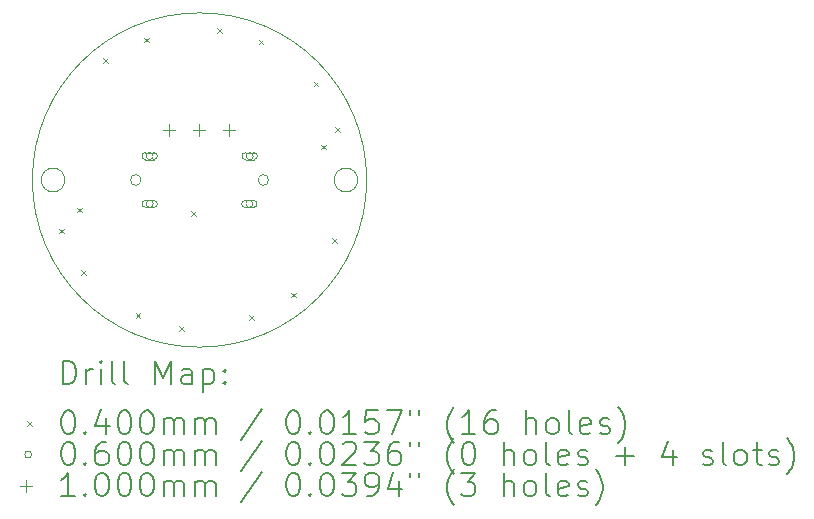
<source format=gbr>
%TF.GenerationSoftware,KiCad,Pcbnew,7.0.10*%
%TF.CreationDate,2024-04-29T22:25:33+02:00*%
%TF.ProjectId,GhostControllerLED,47686f73-7443-46f6-9e74-726f6c6c6572,rev?*%
%TF.SameCoordinates,Original*%
%TF.FileFunction,Drillmap*%
%TF.FilePolarity,Positive*%
%FSLAX45Y45*%
G04 Gerber Fmt 4.5, Leading zero omitted, Abs format (unit mm)*
G04 Created by KiCad (PCBNEW 7.0.10) date 2024-04-29 22:25:33*
%MOMM*%
%LPD*%
G01*
G04 APERTURE LIST*
%ADD10C,0.100000*%
%ADD11C,0.050000*%
%ADD12C,0.200000*%
G04 APERTURE END LIST*
D10*
X3786728Y-4865000D02*
G75*
G03*
X3586728Y-4865000I-100000J0D01*
G01*
X3586728Y-4865000D02*
G75*
G03*
X3786728Y-4865000I100000J0D01*
G01*
X6266728Y-4865000D02*
G75*
G03*
X6066728Y-4865000I-100000J0D01*
G01*
X6066728Y-4865000D02*
G75*
G03*
X6266728Y-4865000I100000J0D01*
G01*
X6341728Y-4865000D02*
G75*
G03*
X3511728Y-4865000I-1415000J0D01*
G01*
X3511728Y-4865000D02*
G75*
G03*
X6341728Y-4865000I1415000J0D01*
G01*
D11*
X5511729Y-4865000D02*
G75*
G03*
X5421729Y-4865000I-45000J0D01*
G01*
X5421729Y-4865000D02*
G75*
G03*
X5511729Y-4865000I45000J0D01*
G01*
X4431729Y-4865000D02*
G75*
G03*
X4341729Y-4865000I-45000J0D01*
G01*
X4341729Y-4865000D02*
G75*
G03*
X4431729Y-4865000I45000J0D01*
G01*
D12*
D10*
X3736728Y-5277055D02*
X3776728Y-5317055D01*
X3776728Y-5277055D02*
X3736728Y-5317055D01*
X3891728Y-5100000D02*
X3931728Y-5140000D01*
X3931728Y-5100000D02*
X3891728Y-5140000D01*
X3926728Y-5630000D02*
X3966728Y-5670000D01*
X3966728Y-5630000D02*
X3926728Y-5670000D01*
X4111728Y-3835000D02*
X4151728Y-3875000D01*
X4151728Y-3835000D02*
X4111728Y-3875000D01*
X4386729Y-5990000D02*
X4426729Y-6030000D01*
X4426729Y-5990000D02*
X4386729Y-6030000D01*
X4456729Y-3660000D02*
X4496729Y-3700000D01*
X4496729Y-3660000D02*
X4456729Y-3700000D01*
X4756729Y-6100000D02*
X4796729Y-6140000D01*
X4796729Y-6100000D02*
X4756729Y-6140000D01*
X4856797Y-5130068D02*
X4896797Y-5170068D01*
X4896797Y-5130068D02*
X4856797Y-5170068D01*
X5075000Y-3580000D02*
X5115000Y-3620000D01*
X5115000Y-3580000D02*
X5075000Y-3620000D01*
X5346729Y-6010000D02*
X5386729Y-6050000D01*
X5386729Y-6010000D02*
X5346729Y-6050000D01*
X5427669Y-3677331D02*
X5467669Y-3717331D01*
X5467669Y-3677331D02*
X5427669Y-3717331D01*
X5701728Y-5820000D02*
X5741728Y-5860000D01*
X5741728Y-5820000D02*
X5701728Y-5860000D01*
X5893145Y-4032500D02*
X5933145Y-4072500D01*
X5933145Y-4032500D02*
X5893145Y-4072500D01*
X5956728Y-4565000D02*
X5996728Y-4605000D01*
X5996728Y-4565000D02*
X5956728Y-4605000D01*
X6051728Y-5355000D02*
X6091728Y-5395000D01*
X6091728Y-5355000D02*
X6051728Y-5395000D01*
X6076728Y-4415000D02*
X6116728Y-4455000D01*
X6116728Y-4415000D02*
X6076728Y-4455000D01*
X4534229Y-4663000D02*
G75*
G03*
X4474229Y-4663000I-30000J0D01*
G01*
X4474229Y-4663000D02*
G75*
G03*
X4534229Y-4663000I30000J0D01*
G01*
X4539229Y-4633000D02*
X4469229Y-4633000D01*
X4469229Y-4633000D02*
G75*
G03*
X4469229Y-4693000I0J-30000D01*
G01*
X4469229Y-4693000D02*
X4539229Y-4693000D01*
X4539229Y-4693000D02*
G75*
G03*
X4539229Y-4633000I0J30000D01*
G01*
X4534229Y-5067000D02*
G75*
G03*
X4474229Y-5067000I-30000J0D01*
G01*
X4474229Y-5067000D02*
G75*
G03*
X4534229Y-5067000I30000J0D01*
G01*
X4539229Y-5037000D02*
X4469229Y-5037000D01*
X4469229Y-5037000D02*
G75*
G03*
X4469229Y-5097000I0J-30000D01*
G01*
X4469229Y-5097000D02*
X4539229Y-5097000D01*
X4539229Y-5097000D02*
G75*
G03*
X4539229Y-5037000I0J30000D01*
G01*
X5379229Y-5067000D02*
G75*
G03*
X5319229Y-5067000I-30000J0D01*
G01*
X5319229Y-5067000D02*
G75*
G03*
X5379229Y-5067000I30000J0D01*
G01*
X5384229Y-5037000D02*
X5314229Y-5037000D01*
X5314229Y-5037000D02*
G75*
G03*
X5314229Y-5097000I0J-30000D01*
G01*
X5314229Y-5097000D02*
X5384229Y-5097000D01*
X5384229Y-5097000D02*
G75*
G03*
X5384229Y-5037000I0J30000D01*
G01*
X5381729Y-4663000D02*
G75*
G03*
X5321729Y-4663000I-30000J0D01*
G01*
X5321729Y-4663000D02*
G75*
G03*
X5381729Y-4663000I30000J0D01*
G01*
X5386729Y-4633000D02*
X5316729Y-4633000D01*
X5316729Y-4633000D02*
G75*
G03*
X5316729Y-4693000I0J-30000D01*
G01*
X5316729Y-4693000D02*
X5386729Y-4693000D01*
X5386729Y-4693000D02*
G75*
G03*
X5386729Y-4633000I0J30000D01*
G01*
X4670000Y-4390000D02*
X4670000Y-4490000D01*
X4620000Y-4440000D02*
X4720000Y-4440000D01*
X4924000Y-4390000D02*
X4924000Y-4490000D01*
X4874000Y-4440000D02*
X4974000Y-4440000D01*
X5178000Y-4390000D02*
X5178000Y-4490000D01*
X5128000Y-4440000D02*
X5228000Y-4440000D01*
D12*
X3767505Y-6596484D02*
X3767505Y-6396484D01*
X3767505Y-6396484D02*
X3815124Y-6396484D01*
X3815124Y-6396484D02*
X3843696Y-6406008D01*
X3843696Y-6406008D02*
X3862743Y-6425055D01*
X3862743Y-6425055D02*
X3872267Y-6444103D01*
X3872267Y-6444103D02*
X3881791Y-6482198D01*
X3881791Y-6482198D02*
X3881791Y-6510769D01*
X3881791Y-6510769D02*
X3872267Y-6548865D01*
X3872267Y-6548865D02*
X3862743Y-6567912D01*
X3862743Y-6567912D02*
X3843696Y-6586960D01*
X3843696Y-6586960D02*
X3815124Y-6596484D01*
X3815124Y-6596484D02*
X3767505Y-6596484D01*
X3967505Y-6596484D02*
X3967505Y-6463150D01*
X3967505Y-6501246D02*
X3977029Y-6482198D01*
X3977029Y-6482198D02*
X3986553Y-6472674D01*
X3986553Y-6472674D02*
X4005600Y-6463150D01*
X4005600Y-6463150D02*
X4024648Y-6463150D01*
X4091315Y-6596484D02*
X4091315Y-6463150D01*
X4091315Y-6396484D02*
X4081791Y-6406008D01*
X4081791Y-6406008D02*
X4091315Y-6415531D01*
X4091315Y-6415531D02*
X4100839Y-6406008D01*
X4100839Y-6406008D02*
X4091315Y-6396484D01*
X4091315Y-6396484D02*
X4091315Y-6415531D01*
X4215124Y-6596484D02*
X4196077Y-6586960D01*
X4196077Y-6586960D02*
X4186553Y-6567912D01*
X4186553Y-6567912D02*
X4186553Y-6396484D01*
X4319886Y-6596484D02*
X4300839Y-6586960D01*
X4300839Y-6586960D02*
X4291315Y-6567912D01*
X4291315Y-6567912D02*
X4291315Y-6396484D01*
X4548458Y-6596484D02*
X4548458Y-6396484D01*
X4548458Y-6396484D02*
X4615124Y-6539341D01*
X4615124Y-6539341D02*
X4681791Y-6396484D01*
X4681791Y-6396484D02*
X4681791Y-6596484D01*
X4862743Y-6596484D02*
X4862743Y-6491722D01*
X4862743Y-6491722D02*
X4853220Y-6472674D01*
X4853220Y-6472674D02*
X4834172Y-6463150D01*
X4834172Y-6463150D02*
X4796077Y-6463150D01*
X4796077Y-6463150D02*
X4777029Y-6472674D01*
X4862743Y-6586960D02*
X4843696Y-6596484D01*
X4843696Y-6596484D02*
X4796077Y-6596484D01*
X4796077Y-6596484D02*
X4777029Y-6586960D01*
X4777029Y-6586960D02*
X4767505Y-6567912D01*
X4767505Y-6567912D02*
X4767505Y-6548865D01*
X4767505Y-6548865D02*
X4777029Y-6529817D01*
X4777029Y-6529817D02*
X4796077Y-6520293D01*
X4796077Y-6520293D02*
X4843696Y-6520293D01*
X4843696Y-6520293D02*
X4862743Y-6510769D01*
X4957982Y-6463150D02*
X4957982Y-6663150D01*
X4957982Y-6472674D02*
X4977029Y-6463150D01*
X4977029Y-6463150D02*
X5015124Y-6463150D01*
X5015124Y-6463150D02*
X5034172Y-6472674D01*
X5034172Y-6472674D02*
X5043696Y-6482198D01*
X5043696Y-6482198D02*
X5053220Y-6501246D01*
X5053220Y-6501246D02*
X5053220Y-6558388D01*
X5053220Y-6558388D02*
X5043696Y-6577436D01*
X5043696Y-6577436D02*
X5034172Y-6586960D01*
X5034172Y-6586960D02*
X5015124Y-6596484D01*
X5015124Y-6596484D02*
X4977029Y-6596484D01*
X4977029Y-6596484D02*
X4957982Y-6586960D01*
X5138934Y-6577436D02*
X5148458Y-6586960D01*
X5148458Y-6586960D02*
X5138934Y-6596484D01*
X5138934Y-6596484D02*
X5129410Y-6586960D01*
X5129410Y-6586960D02*
X5138934Y-6577436D01*
X5138934Y-6577436D02*
X5138934Y-6596484D01*
X5138934Y-6472674D02*
X5148458Y-6482198D01*
X5148458Y-6482198D02*
X5138934Y-6491722D01*
X5138934Y-6491722D02*
X5129410Y-6482198D01*
X5129410Y-6482198D02*
X5138934Y-6472674D01*
X5138934Y-6472674D02*
X5138934Y-6491722D01*
D10*
X3466728Y-6905000D02*
X3506728Y-6945000D01*
X3506728Y-6905000D02*
X3466728Y-6945000D01*
D12*
X3805600Y-6816484D02*
X3824648Y-6816484D01*
X3824648Y-6816484D02*
X3843696Y-6826008D01*
X3843696Y-6826008D02*
X3853220Y-6835531D01*
X3853220Y-6835531D02*
X3862743Y-6854579D01*
X3862743Y-6854579D02*
X3872267Y-6892674D01*
X3872267Y-6892674D02*
X3872267Y-6940293D01*
X3872267Y-6940293D02*
X3862743Y-6978388D01*
X3862743Y-6978388D02*
X3853220Y-6997436D01*
X3853220Y-6997436D02*
X3843696Y-7006960D01*
X3843696Y-7006960D02*
X3824648Y-7016484D01*
X3824648Y-7016484D02*
X3805600Y-7016484D01*
X3805600Y-7016484D02*
X3786553Y-7006960D01*
X3786553Y-7006960D02*
X3777029Y-6997436D01*
X3777029Y-6997436D02*
X3767505Y-6978388D01*
X3767505Y-6978388D02*
X3757981Y-6940293D01*
X3757981Y-6940293D02*
X3757981Y-6892674D01*
X3757981Y-6892674D02*
X3767505Y-6854579D01*
X3767505Y-6854579D02*
X3777029Y-6835531D01*
X3777029Y-6835531D02*
X3786553Y-6826008D01*
X3786553Y-6826008D02*
X3805600Y-6816484D01*
X3957981Y-6997436D02*
X3967505Y-7006960D01*
X3967505Y-7006960D02*
X3957981Y-7016484D01*
X3957981Y-7016484D02*
X3948458Y-7006960D01*
X3948458Y-7006960D02*
X3957981Y-6997436D01*
X3957981Y-6997436D02*
X3957981Y-7016484D01*
X4138934Y-6883150D02*
X4138934Y-7016484D01*
X4091315Y-6806960D02*
X4043696Y-6949817D01*
X4043696Y-6949817D02*
X4167505Y-6949817D01*
X4281791Y-6816484D02*
X4300839Y-6816484D01*
X4300839Y-6816484D02*
X4319886Y-6826008D01*
X4319886Y-6826008D02*
X4329410Y-6835531D01*
X4329410Y-6835531D02*
X4338934Y-6854579D01*
X4338934Y-6854579D02*
X4348458Y-6892674D01*
X4348458Y-6892674D02*
X4348458Y-6940293D01*
X4348458Y-6940293D02*
X4338934Y-6978388D01*
X4338934Y-6978388D02*
X4329410Y-6997436D01*
X4329410Y-6997436D02*
X4319886Y-7006960D01*
X4319886Y-7006960D02*
X4300839Y-7016484D01*
X4300839Y-7016484D02*
X4281791Y-7016484D01*
X4281791Y-7016484D02*
X4262743Y-7006960D01*
X4262743Y-7006960D02*
X4253220Y-6997436D01*
X4253220Y-6997436D02*
X4243696Y-6978388D01*
X4243696Y-6978388D02*
X4234172Y-6940293D01*
X4234172Y-6940293D02*
X4234172Y-6892674D01*
X4234172Y-6892674D02*
X4243696Y-6854579D01*
X4243696Y-6854579D02*
X4253220Y-6835531D01*
X4253220Y-6835531D02*
X4262743Y-6826008D01*
X4262743Y-6826008D02*
X4281791Y-6816484D01*
X4472267Y-6816484D02*
X4491315Y-6816484D01*
X4491315Y-6816484D02*
X4510363Y-6826008D01*
X4510363Y-6826008D02*
X4519886Y-6835531D01*
X4519886Y-6835531D02*
X4529410Y-6854579D01*
X4529410Y-6854579D02*
X4538934Y-6892674D01*
X4538934Y-6892674D02*
X4538934Y-6940293D01*
X4538934Y-6940293D02*
X4529410Y-6978388D01*
X4529410Y-6978388D02*
X4519886Y-6997436D01*
X4519886Y-6997436D02*
X4510363Y-7006960D01*
X4510363Y-7006960D02*
X4491315Y-7016484D01*
X4491315Y-7016484D02*
X4472267Y-7016484D01*
X4472267Y-7016484D02*
X4453220Y-7006960D01*
X4453220Y-7006960D02*
X4443696Y-6997436D01*
X4443696Y-6997436D02*
X4434172Y-6978388D01*
X4434172Y-6978388D02*
X4424648Y-6940293D01*
X4424648Y-6940293D02*
X4424648Y-6892674D01*
X4424648Y-6892674D02*
X4434172Y-6854579D01*
X4434172Y-6854579D02*
X4443696Y-6835531D01*
X4443696Y-6835531D02*
X4453220Y-6826008D01*
X4453220Y-6826008D02*
X4472267Y-6816484D01*
X4624648Y-7016484D02*
X4624648Y-6883150D01*
X4624648Y-6902198D02*
X4634172Y-6892674D01*
X4634172Y-6892674D02*
X4653220Y-6883150D01*
X4653220Y-6883150D02*
X4681791Y-6883150D01*
X4681791Y-6883150D02*
X4700839Y-6892674D01*
X4700839Y-6892674D02*
X4710363Y-6911722D01*
X4710363Y-6911722D02*
X4710363Y-7016484D01*
X4710363Y-6911722D02*
X4719886Y-6892674D01*
X4719886Y-6892674D02*
X4738934Y-6883150D01*
X4738934Y-6883150D02*
X4767505Y-6883150D01*
X4767505Y-6883150D02*
X4786553Y-6892674D01*
X4786553Y-6892674D02*
X4796077Y-6911722D01*
X4796077Y-6911722D02*
X4796077Y-7016484D01*
X4891315Y-7016484D02*
X4891315Y-6883150D01*
X4891315Y-6902198D02*
X4900839Y-6892674D01*
X4900839Y-6892674D02*
X4919886Y-6883150D01*
X4919886Y-6883150D02*
X4948458Y-6883150D01*
X4948458Y-6883150D02*
X4967505Y-6892674D01*
X4967505Y-6892674D02*
X4977029Y-6911722D01*
X4977029Y-6911722D02*
X4977029Y-7016484D01*
X4977029Y-6911722D02*
X4986553Y-6892674D01*
X4986553Y-6892674D02*
X5005601Y-6883150D01*
X5005601Y-6883150D02*
X5034172Y-6883150D01*
X5034172Y-6883150D02*
X5053220Y-6892674D01*
X5053220Y-6892674D02*
X5062744Y-6911722D01*
X5062744Y-6911722D02*
X5062744Y-7016484D01*
X5453220Y-6806960D02*
X5281791Y-7064103D01*
X5710363Y-6816484D02*
X5729410Y-6816484D01*
X5729410Y-6816484D02*
X5748458Y-6826008D01*
X5748458Y-6826008D02*
X5757982Y-6835531D01*
X5757982Y-6835531D02*
X5767505Y-6854579D01*
X5767505Y-6854579D02*
X5777029Y-6892674D01*
X5777029Y-6892674D02*
X5777029Y-6940293D01*
X5777029Y-6940293D02*
X5767505Y-6978388D01*
X5767505Y-6978388D02*
X5757982Y-6997436D01*
X5757982Y-6997436D02*
X5748458Y-7006960D01*
X5748458Y-7006960D02*
X5729410Y-7016484D01*
X5729410Y-7016484D02*
X5710363Y-7016484D01*
X5710363Y-7016484D02*
X5691315Y-7006960D01*
X5691315Y-7006960D02*
X5681791Y-6997436D01*
X5681791Y-6997436D02*
X5672267Y-6978388D01*
X5672267Y-6978388D02*
X5662744Y-6940293D01*
X5662744Y-6940293D02*
X5662744Y-6892674D01*
X5662744Y-6892674D02*
X5672267Y-6854579D01*
X5672267Y-6854579D02*
X5681791Y-6835531D01*
X5681791Y-6835531D02*
X5691315Y-6826008D01*
X5691315Y-6826008D02*
X5710363Y-6816484D01*
X5862744Y-6997436D02*
X5872267Y-7006960D01*
X5872267Y-7006960D02*
X5862744Y-7016484D01*
X5862744Y-7016484D02*
X5853220Y-7006960D01*
X5853220Y-7006960D02*
X5862744Y-6997436D01*
X5862744Y-6997436D02*
X5862744Y-7016484D01*
X5996077Y-6816484D02*
X6015125Y-6816484D01*
X6015125Y-6816484D02*
X6034172Y-6826008D01*
X6034172Y-6826008D02*
X6043696Y-6835531D01*
X6043696Y-6835531D02*
X6053220Y-6854579D01*
X6053220Y-6854579D02*
X6062744Y-6892674D01*
X6062744Y-6892674D02*
X6062744Y-6940293D01*
X6062744Y-6940293D02*
X6053220Y-6978388D01*
X6053220Y-6978388D02*
X6043696Y-6997436D01*
X6043696Y-6997436D02*
X6034172Y-7006960D01*
X6034172Y-7006960D02*
X6015125Y-7016484D01*
X6015125Y-7016484D02*
X5996077Y-7016484D01*
X5996077Y-7016484D02*
X5977029Y-7006960D01*
X5977029Y-7006960D02*
X5967505Y-6997436D01*
X5967505Y-6997436D02*
X5957982Y-6978388D01*
X5957982Y-6978388D02*
X5948458Y-6940293D01*
X5948458Y-6940293D02*
X5948458Y-6892674D01*
X5948458Y-6892674D02*
X5957982Y-6854579D01*
X5957982Y-6854579D02*
X5967505Y-6835531D01*
X5967505Y-6835531D02*
X5977029Y-6826008D01*
X5977029Y-6826008D02*
X5996077Y-6816484D01*
X6253220Y-7016484D02*
X6138934Y-7016484D01*
X6196077Y-7016484D02*
X6196077Y-6816484D01*
X6196077Y-6816484D02*
X6177029Y-6845055D01*
X6177029Y-6845055D02*
X6157982Y-6864103D01*
X6157982Y-6864103D02*
X6138934Y-6873627D01*
X6434172Y-6816484D02*
X6338934Y-6816484D01*
X6338934Y-6816484D02*
X6329410Y-6911722D01*
X6329410Y-6911722D02*
X6338934Y-6902198D01*
X6338934Y-6902198D02*
X6357982Y-6892674D01*
X6357982Y-6892674D02*
X6405601Y-6892674D01*
X6405601Y-6892674D02*
X6424648Y-6902198D01*
X6424648Y-6902198D02*
X6434172Y-6911722D01*
X6434172Y-6911722D02*
X6443696Y-6930769D01*
X6443696Y-6930769D02*
X6443696Y-6978388D01*
X6443696Y-6978388D02*
X6434172Y-6997436D01*
X6434172Y-6997436D02*
X6424648Y-7006960D01*
X6424648Y-7006960D02*
X6405601Y-7016484D01*
X6405601Y-7016484D02*
X6357982Y-7016484D01*
X6357982Y-7016484D02*
X6338934Y-7006960D01*
X6338934Y-7006960D02*
X6329410Y-6997436D01*
X6510363Y-6816484D02*
X6643696Y-6816484D01*
X6643696Y-6816484D02*
X6557982Y-7016484D01*
X6710363Y-6816484D02*
X6710363Y-6854579D01*
X6786553Y-6816484D02*
X6786553Y-6854579D01*
X7081791Y-7092674D02*
X7072267Y-7083150D01*
X7072267Y-7083150D02*
X7053220Y-7054579D01*
X7053220Y-7054579D02*
X7043696Y-7035531D01*
X7043696Y-7035531D02*
X7034172Y-7006960D01*
X7034172Y-7006960D02*
X7024648Y-6959341D01*
X7024648Y-6959341D02*
X7024648Y-6921246D01*
X7024648Y-6921246D02*
X7034172Y-6873627D01*
X7034172Y-6873627D02*
X7043696Y-6845055D01*
X7043696Y-6845055D02*
X7053220Y-6826008D01*
X7053220Y-6826008D02*
X7072267Y-6797436D01*
X7072267Y-6797436D02*
X7081791Y-6787912D01*
X7262744Y-7016484D02*
X7148458Y-7016484D01*
X7205601Y-7016484D02*
X7205601Y-6816484D01*
X7205601Y-6816484D02*
X7186553Y-6845055D01*
X7186553Y-6845055D02*
X7167506Y-6864103D01*
X7167506Y-6864103D02*
X7148458Y-6873627D01*
X7434172Y-6816484D02*
X7396077Y-6816484D01*
X7396077Y-6816484D02*
X7377029Y-6826008D01*
X7377029Y-6826008D02*
X7367506Y-6835531D01*
X7367506Y-6835531D02*
X7348458Y-6864103D01*
X7348458Y-6864103D02*
X7338934Y-6902198D01*
X7338934Y-6902198D02*
X7338934Y-6978388D01*
X7338934Y-6978388D02*
X7348458Y-6997436D01*
X7348458Y-6997436D02*
X7357982Y-7006960D01*
X7357982Y-7006960D02*
X7377029Y-7016484D01*
X7377029Y-7016484D02*
X7415125Y-7016484D01*
X7415125Y-7016484D02*
X7434172Y-7006960D01*
X7434172Y-7006960D02*
X7443696Y-6997436D01*
X7443696Y-6997436D02*
X7453220Y-6978388D01*
X7453220Y-6978388D02*
X7453220Y-6930769D01*
X7453220Y-6930769D02*
X7443696Y-6911722D01*
X7443696Y-6911722D02*
X7434172Y-6902198D01*
X7434172Y-6902198D02*
X7415125Y-6892674D01*
X7415125Y-6892674D02*
X7377029Y-6892674D01*
X7377029Y-6892674D02*
X7357982Y-6902198D01*
X7357982Y-6902198D02*
X7348458Y-6911722D01*
X7348458Y-6911722D02*
X7338934Y-6930769D01*
X7691315Y-7016484D02*
X7691315Y-6816484D01*
X7777029Y-7016484D02*
X7777029Y-6911722D01*
X7777029Y-6911722D02*
X7767506Y-6892674D01*
X7767506Y-6892674D02*
X7748458Y-6883150D01*
X7748458Y-6883150D02*
X7719887Y-6883150D01*
X7719887Y-6883150D02*
X7700839Y-6892674D01*
X7700839Y-6892674D02*
X7691315Y-6902198D01*
X7900839Y-7016484D02*
X7881791Y-7006960D01*
X7881791Y-7006960D02*
X7872268Y-6997436D01*
X7872268Y-6997436D02*
X7862744Y-6978388D01*
X7862744Y-6978388D02*
X7862744Y-6921246D01*
X7862744Y-6921246D02*
X7872268Y-6902198D01*
X7872268Y-6902198D02*
X7881791Y-6892674D01*
X7881791Y-6892674D02*
X7900839Y-6883150D01*
X7900839Y-6883150D02*
X7929410Y-6883150D01*
X7929410Y-6883150D02*
X7948458Y-6892674D01*
X7948458Y-6892674D02*
X7957982Y-6902198D01*
X7957982Y-6902198D02*
X7967506Y-6921246D01*
X7967506Y-6921246D02*
X7967506Y-6978388D01*
X7967506Y-6978388D02*
X7957982Y-6997436D01*
X7957982Y-6997436D02*
X7948458Y-7006960D01*
X7948458Y-7006960D02*
X7929410Y-7016484D01*
X7929410Y-7016484D02*
X7900839Y-7016484D01*
X8081791Y-7016484D02*
X8062744Y-7006960D01*
X8062744Y-7006960D02*
X8053220Y-6987912D01*
X8053220Y-6987912D02*
X8053220Y-6816484D01*
X8234172Y-7006960D02*
X8215125Y-7016484D01*
X8215125Y-7016484D02*
X8177029Y-7016484D01*
X8177029Y-7016484D02*
X8157982Y-7006960D01*
X8157982Y-7006960D02*
X8148458Y-6987912D01*
X8148458Y-6987912D02*
X8148458Y-6911722D01*
X8148458Y-6911722D02*
X8157982Y-6892674D01*
X8157982Y-6892674D02*
X8177029Y-6883150D01*
X8177029Y-6883150D02*
X8215125Y-6883150D01*
X8215125Y-6883150D02*
X8234172Y-6892674D01*
X8234172Y-6892674D02*
X8243696Y-6911722D01*
X8243696Y-6911722D02*
X8243696Y-6930769D01*
X8243696Y-6930769D02*
X8148458Y-6949817D01*
X8319887Y-7006960D02*
X8338934Y-7016484D01*
X8338934Y-7016484D02*
X8377029Y-7016484D01*
X8377029Y-7016484D02*
X8396077Y-7006960D01*
X8396077Y-7006960D02*
X8405601Y-6987912D01*
X8405601Y-6987912D02*
X8405601Y-6978388D01*
X8405601Y-6978388D02*
X8396077Y-6959341D01*
X8396077Y-6959341D02*
X8377029Y-6949817D01*
X8377029Y-6949817D02*
X8348458Y-6949817D01*
X8348458Y-6949817D02*
X8329410Y-6940293D01*
X8329410Y-6940293D02*
X8319887Y-6921246D01*
X8319887Y-6921246D02*
X8319887Y-6911722D01*
X8319887Y-6911722D02*
X8329410Y-6892674D01*
X8329410Y-6892674D02*
X8348458Y-6883150D01*
X8348458Y-6883150D02*
X8377029Y-6883150D01*
X8377029Y-6883150D02*
X8396077Y-6892674D01*
X8472268Y-7092674D02*
X8481792Y-7083150D01*
X8481792Y-7083150D02*
X8500839Y-7054579D01*
X8500839Y-7054579D02*
X8510363Y-7035531D01*
X8510363Y-7035531D02*
X8519887Y-7006960D01*
X8519887Y-7006960D02*
X8529411Y-6959341D01*
X8529411Y-6959341D02*
X8529411Y-6921246D01*
X8529411Y-6921246D02*
X8519887Y-6873627D01*
X8519887Y-6873627D02*
X8510363Y-6845055D01*
X8510363Y-6845055D02*
X8500839Y-6826008D01*
X8500839Y-6826008D02*
X8481792Y-6797436D01*
X8481792Y-6797436D02*
X8472268Y-6787912D01*
D10*
X3506728Y-7189000D02*
G75*
G03*
X3446728Y-7189000I-30000J0D01*
G01*
X3446728Y-7189000D02*
G75*
G03*
X3506728Y-7189000I30000J0D01*
G01*
D12*
X3805600Y-7080484D02*
X3824648Y-7080484D01*
X3824648Y-7080484D02*
X3843696Y-7090008D01*
X3843696Y-7090008D02*
X3853220Y-7099531D01*
X3853220Y-7099531D02*
X3862743Y-7118579D01*
X3862743Y-7118579D02*
X3872267Y-7156674D01*
X3872267Y-7156674D02*
X3872267Y-7204293D01*
X3872267Y-7204293D02*
X3862743Y-7242388D01*
X3862743Y-7242388D02*
X3853220Y-7261436D01*
X3853220Y-7261436D02*
X3843696Y-7270960D01*
X3843696Y-7270960D02*
X3824648Y-7280484D01*
X3824648Y-7280484D02*
X3805600Y-7280484D01*
X3805600Y-7280484D02*
X3786553Y-7270960D01*
X3786553Y-7270960D02*
X3777029Y-7261436D01*
X3777029Y-7261436D02*
X3767505Y-7242388D01*
X3767505Y-7242388D02*
X3757981Y-7204293D01*
X3757981Y-7204293D02*
X3757981Y-7156674D01*
X3757981Y-7156674D02*
X3767505Y-7118579D01*
X3767505Y-7118579D02*
X3777029Y-7099531D01*
X3777029Y-7099531D02*
X3786553Y-7090008D01*
X3786553Y-7090008D02*
X3805600Y-7080484D01*
X3957981Y-7261436D02*
X3967505Y-7270960D01*
X3967505Y-7270960D02*
X3957981Y-7280484D01*
X3957981Y-7280484D02*
X3948458Y-7270960D01*
X3948458Y-7270960D02*
X3957981Y-7261436D01*
X3957981Y-7261436D02*
X3957981Y-7280484D01*
X4138934Y-7080484D02*
X4100839Y-7080484D01*
X4100839Y-7080484D02*
X4081791Y-7090008D01*
X4081791Y-7090008D02*
X4072267Y-7099531D01*
X4072267Y-7099531D02*
X4053220Y-7128103D01*
X4053220Y-7128103D02*
X4043696Y-7166198D01*
X4043696Y-7166198D02*
X4043696Y-7242388D01*
X4043696Y-7242388D02*
X4053220Y-7261436D01*
X4053220Y-7261436D02*
X4062743Y-7270960D01*
X4062743Y-7270960D02*
X4081791Y-7280484D01*
X4081791Y-7280484D02*
X4119886Y-7280484D01*
X4119886Y-7280484D02*
X4138934Y-7270960D01*
X4138934Y-7270960D02*
X4148458Y-7261436D01*
X4148458Y-7261436D02*
X4157981Y-7242388D01*
X4157981Y-7242388D02*
X4157981Y-7194769D01*
X4157981Y-7194769D02*
X4148458Y-7175722D01*
X4148458Y-7175722D02*
X4138934Y-7166198D01*
X4138934Y-7166198D02*
X4119886Y-7156674D01*
X4119886Y-7156674D02*
X4081791Y-7156674D01*
X4081791Y-7156674D02*
X4062743Y-7166198D01*
X4062743Y-7166198D02*
X4053220Y-7175722D01*
X4053220Y-7175722D02*
X4043696Y-7194769D01*
X4281791Y-7080484D02*
X4300839Y-7080484D01*
X4300839Y-7080484D02*
X4319886Y-7090008D01*
X4319886Y-7090008D02*
X4329410Y-7099531D01*
X4329410Y-7099531D02*
X4338934Y-7118579D01*
X4338934Y-7118579D02*
X4348458Y-7156674D01*
X4348458Y-7156674D02*
X4348458Y-7204293D01*
X4348458Y-7204293D02*
X4338934Y-7242388D01*
X4338934Y-7242388D02*
X4329410Y-7261436D01*
X4329410Y-7261436D02*
X4319886Y-7270960D01*
X4319886Y-7270960D02*
X4300839Y-7280484D01*
X4300839Y-7280484D02*
X4281791Y-7280484D01*
X4281791Y-7280484D02*
X4262743Y-7270960D01*
X4262743Y-7270960D02*
X4253220Y-7261436D01*
X4253220Y-7261436D02*
X4243696Y-7242388D01*
X4243696Y-7242388D02*
X4234172Y-7204293D01*
X4234172Y-7204293D02*
X4234172Y-7156674D01*
X4234172Y-7156674D02*
X4243696Y-7118579D01*
X4243696Y-7118579D02*
X4253220Y-7099531D01*
X4253220Y-7099531D02*
X4262743Y-7090008D01*
X4262743Y-7090008D02*
X4281791Y-7080484D01*
X4472267Y-7080484D02*
X4491315Y-7080484D01*
X4491315Y-7080484D02*
X4510363Y-7090008D01*
X4510363Y-7090008D02*
X4519886Y-7099531D01*
X4519886Y-7099531D02*
X4529410Y-7118579D01*
X4529410Y-7118579D02*
X4538934Y-7156674D01*
X4538934Y-7156674D02*
X4538934Y-7204293D01*
X4538934Y-7204293D02*
X4529410Y-7242388D01*
X4529410Y-7242388D02*
X4519886Y-7261436D01*
X4519886Y-7261436D02*
X4510363Y-7270960D01*
X4510363Y-7270960D02*
X4491315Y-7280484D01*
X4491315Y-7280484D02*
X4472267Y-7280484D01*
X4472267Y-7280484D02*
X4453220Y-7270960D01*
X4453220Y-7270960D02*
X4443696Y-7261436D01*
X4443696Y-7261436D02*
X4434172Y-7242388D01*
X4434172Y-7242388D02*
X4424648Y-7204293D01*
X4424648Y-7204293D02*
X4424648Y-7156674D01*
X4424648Y-7156674D02*
X4434172Y-7118579D01*
X4434172Y-7118579D02*
X4443696Y-7099531D01*
X4443696Y-7099531D02*
X4453220Y-7090008D01*
X4453220Y-7090008D02*
X4472267Y-7080484D01*
X4624648Y-7280484D02*
X4624648Y-7147150D01*
X4624648Y-7166198D02*
X4634172Y-7156674D01*
X4634172Y-7156674D02*
X4653220Y-7147150D01*
X4653220Y-7147150D02*
X4681791Y-7147150D01*
X4681791Y-7147150D02*
X4700839Y-7156674D01*
X4700839Y-7156674D02*
X4710363Y-7175722D01*
X4710363Y-7175722D02*
X4710363Y-7280484D01*
X4710363Y-7175722D02*
X4719886Y-7156674D01*
X4719886Y-7156674D02*
X4738934Y-7147150D01*
X4738934Y-7147150D02*
X4767505Y-7147150D01*
X4767505Y-7147150D02*
X4786553Y-7156674D01*
X4786553Y-7156674D02*
X4796077Y-7175722D01*
X4796077Y-7175722D02*
X4796077Y-7280484D01*
X4891315Y-7280484D02*
X4891315Y-7147150D01*
X4891315Y-7166198D02*
X4900839Y-7156674D01*
X4900839Y-7156674D02*
X4919886Y-7147150D01*
X4919886Y-7147150D02*
X4948458Y-7147150D01*
X4948458Y-7147150D02*
X4967505Y-7156674D01*
X4967505Y-7156674D02*
X4977029Y-7175722D01*
X4977029Y-7175722D02*
X4977029Y-7280484D01*
X4977029Y-7175722D02*
X4986553Y-7156674D01*
X4986553Y-7156674D02*
X5005601Y-7147150D01*
X5005601Y-7147150D02*
X5034172Y-7147150D01*
X5034172Y-7147150D02*
X5053220Y-7156674D01*
X5053220Y-7156674D02*
X5062744Y-7175722D01*
X5062744Y-7175722D02*
X5062744Y-7280484D01*
X5453220Y-7070960D02*
X5281791Y-7328103D01*
X5710363Y-7080484D02*
X5729410Y-7080484D01*
X5729410Y-7080484D02*
X5748458Y-7090008D01*
X5748458Y-7090008D02*
X5757982Y-7099531D01*
X5757982Y-7099531D02*
X5767505Y-7118579D01*
X5767505Y-7118579D02*
X5777029Y-7156674D01*
X5777029Y-7156674D02*
X5777029Y-7204293D01*
X5777029Y-7204293D02*
X5767505Y-7242388D01*
X5767505Y-7242388D02*
X5757982Y-7261436D01*
X5757982Y-7261436D02*
X5748458Y-7270960D01*
X5748458Y-7270960D02*
X5729410Y-7280484D01*
X5729410Y-7280484D02*
X5710363Y-7280484D01*
X5710363Y-7280484D02*
X5691315Y-7270960D01*
X5691315Y-7270960D02*
X5681791Y-7261436D01*
X5681791Y-7261436D02*
X5672267Y-7242388D01*
X5672267Y-7242388D02*
X5662744Y-7204293D01*
X5662744Y-7204293D02*
X5662744Y-7156674D01*
X5662744Y-7156674D02*
X5672267Y-7118579D01*
X5672267Y-7118579D02*
X5681791Y-7099531D01*
X5681791Y-7099531D02*
X5691315Y-7090008D01*
X5691315Y-7090008D02*
X5710363Y-7080484D01*
X5862744Y-7261436D02*
X5872267Y-7270960D01*
X5872267Y-7270960D02*
X5862744Y-7280484D01*
X5862744Y-7280484D02*
X5853220Y-7270960D01*
X5853220Y-7270960D02*
X5862744Y-7261436D01*
X5862744Y-7261436D02*
X5862744Y-7280484D01*
X5996077Y-7080484D02*
X6015125Y-7080484D01*
X6015125Y-7080484D02*
X6034172Y-7090008D01*
X6034172Y-7090008D02*
X6043696Y-7099531D01*
X6043696Y-7099531D02*
X6053220Y-7118579D01*
X6053220Y-7118579D02*
X6062744Y-7156674D01*
X6062744Y-7156674D02*
X6062744Y-7204293D01*
X6062744Y-7204293D02*
X6053220Y-7242388D01*
X6053220Y-7242388D02*
X6043696Y-7261436D01*
X6043696Y-7261436D02*
X6034172Y-7270960D01*
X6034172Y-7270960D02*
X6015125Y-7280484D01*
X6015125Y-7280484D02*
X5996077Y-7280484D01*
X5996077Y-7280484D02*
X5977029Y-7270960D01*
X5977029Y-7270960D02*
X5967505Y-7261436D01*
X5967505Y-7261436D02*
X5957982Y-7242388D01*
X5957982Y-7242388D02*
X5948458Y-7204293D01*
X5948458Y-7204293D02*
X5948458Y-7156674D01*
X5948458Y-7156674D02*
X5957982Y-7118579D01*
X5957982Y-7118579D02*
X5967505Y-7099531D01*
X5967505Y-7099531D02*
X5977029Y-7090008D01*
X5977029Y-7090008D02*
X5996077Y-7080484D01*
X6138934Y-7099531D02*
X6148458Y-7090008D01*
X6148458Y-7090008D02*
X6167505Y-7080484D01*
X6167505Y-7080484D02*
X6215125Y-7080484D01*
X6215125Y-7080484D02*
X6234172Y-7090008D01*
X6234172Y-7090008D02*
X6243696Y-7099531D01*
X6243696Y-7099531D02*
X6253220Y-7118579D01*
X6253220Y-7118579D02*
X6253220Y-7137627D01*
X6253220Y-7137627D02*
X6243696Y-7166198D01*
X6243696Y-7166198D02*
X6129410Y-7280484D01*
X6129410Y-7280484D02*
X6253220Y-7280484D01*
X6319886Y-7080484D02*
X6443696Y-7080484D01*
X6443696Y-7080484D02*
X6377029Y-7156674D01*
X6377029Y-7156674D02*
X6405601Y-7156674D01*
X6405601Y-7156674D02*
X6424648Y-7166198D01*
X6424648Y-7166198D02*
X6434172Y-7175722D01*
X6434172Y-7175722D02*
X6443696Y-7194769D01*
X6443696Y-7194769D02*
X6443696Y-7242388D01*
X6443696Y-7242388D02*
X6434172Y-7261436D01*
X6434172Y-7261436D02*
X6424648Y-7270960D01*
X6424648Y-7270960D02*
X6405601Y-7280484D01*
X6405601Y-7280484D02*
X6348458Y-7280484D01*
X6348458Y-7280484D02*
X6329410Y-7270960D01*
X6329410Y-7270960D02*
X6319886Y-7261436D01*
X6615125Y-7080484D02*
X6577029Y-7080484D01*
X6577029Y-7080484D02*
X6557982Y-7090008D01*
X6557982Y-7090008D02*
X6548458Y-7099531D01*
X6548458Y-7099531D02*
X6529410Y-7128103D01*
X6529410Y-7128103D02*
X6519886Y-7166198D01*
X6519886Y-7166198D02*
X6519886Y-7242388D01*
X6519886Y-7242388D02*
X6529410Y-7261436D01*
X6529410Y-7261436D02*
X6538934Y-7270960D01*
X6538934Y-7270960D02*
X6557982Y-7280484D01*
X6557982Y-7280484D02*
X6596077Y-7280484D01*
X6596077Y-7280484D02*
X6615125Y-7270960D01*
X6615125Y-7270960D02*
X6624648Y-7261436D01*
X6624648Y-7261436D02*
X6634172Y-7242388D01*
X6634172Y-7242388D02*
X6634172Y-7194769D01*
X6634172Y-7194769D02*
X6624648Y-7175722D01*
X6624648Y-7175722D02*
X6615125Y-7166198D01*
X6615125Y-7166198D02*
X6596077Y-7156674D01*
X6596077Y-7156674D02*
X6557982Y-7156674D01*
X6557982Y-7156674D02*
X6538934Y-7166198D01*
X6538934Y-7166198D02*
X6529410Y-7175722D01*
X6529410Y-7175722D02*
X6519886Y-7194769D01*
X6710363Y-7080484D02*
X6710363Y-7118579D01*
X6786553Y-7080484D02*
X6786553Y-7118579D01*
X7081791Y-7356674D02*
X7072267Y-7347150D01*
X7072267Y-7347150D02*
X7053220Y-7318579D01*
X7053220Y-7318579D02*
X7043696Y-7299531D01*
X7043696Y-7299531D02*
X7034172Y-7270960D01*
X7034172Y-7270960D02*
X7024648Y-7223341D01*
X7024648Y-7223341D02*
X7024648Y-7185246D01*
X7024648Y-7185246D02*
X7034172Y-7137627D01*
X7034172Y-7137627D02*
X7043696Y-7109055D01*
X7043696Y-7109055D02*
X7053220Y-7090008D01*
X7053220Y-7090008D02*
X7072267Y-7061436D01*
X7072267Y-7061436D02*
X7081791Y-7051912D01*
X7196077Y-7080484D02*
X7215125Y-7080484D01*
X7215125Y-7080484D02*
X7234172Y-7090008D01*
X7234172Y-7090008D02*
X7243696Y-7099531D01*
X7243696Y-7099531D02*
X7253220Y-7118579D01*
X7253220Y-7118579D02*
X7262744Y-7156674D01*
X7262744Y-7156674D02*
X7262744Y-7204293D01*
X7262744Y-7204293D02*
X7253220Y-7242388D01*
X7253220Y-7242388D02*
X7243696Y-7261436D01*
X7243696Y-7261436D02*
X7234172Y-7270960D01*
X7234172Y-7270960D02*
X7215125Y-7280484D01*
X7215125Y-7280484D02*
X7196077Y-7280484D01*
X7196077Y-7280484D02*
X7177029Y-7270960D01*
X7177029Y-7270960D02*
X7167506Y-7261436D01*
X7167506Y-7261436D02*
X7157982Y-7242388D01*
X7157982Y-7242388D02*
X7148458Y-7204293D01*
X7148458Y-7204293D02*
X7148458Y-7156674D01*
X7148458Y-7156674D02*
X7157982Y-7118579D01*
X7157982Y-7118579D02*
X7167506Y-7099531D01*
X7167506Y-7099531D02*
X7177029Y-7090008D01*
X7177029Y-7090008D02*
X7196077Y-7080484D01*
X7500839Y-7280484D02*
X7500839Y-7080484D01*
X7586553Y-7280484D02*
X7586553Y-7175722D01*
X7586553Y-7175722D02*
X7577029Y-7156674D01*
X7577029Y-7156674D02*
X7557982Y-7147150D01*
X7557982Y-7147150D02*
X7529410Y-7147150D01*
X7529410Y-7147150D02*
X7510363Y-7156674D01*
X7510363Y-7156674D02*
X7500839Y-7166198D01*
X7710363Y-7280484D02*
X7691315Y-7270960D01*
X7691315Y-7270960D02*
X7681791Y-7261436D01*
X7681791Y-7261436D02*
X7672268Y-7242388D01*
X7672268Y-7242388D02*
X7672268Y-7185246D01*
X7672268Y-7185246D02*
X7681791Y-7166198D01*
X7681791Y-7166198D02*
X7691315Y-7156674D01*
X7691315Y-7156674D02*
X7710363Y-7147150D01*
X7710363Y-7147150D02*
X7738934Y-7147150D01*
X7738934Y-7147150D02*
X7757982Y-7156674D01*
X7757982Y-7156674D02*
X7767506Y-7166198D01*
X7767506Y-7166198D02*
X7777029Y-7185246D01*
X7777029Y-7185246D02*
X7777029Y-7242388D01*
X7777029Y-7242388D02*
X7767506Y-7261436D01*
X7767506Y-7261436D02*
X7757982Y-7270960D01*
X7757982Y-7270960D02*
X7738934Y-7280484D01*
X7738934Y-7280484D02*
X7710363Y-7280484D01*
X7891315Y-7280484D02*
X7872268Y-7270960D01*
X7872268Y-7270960D02*
X7862744Y-7251912D01*
X7862744Y-7251912D02*
X7862744Y-7080484D01*
X8043696Y-7270960D02*
X8024649Y-7280484D01*
X8024649Y-7280484D02*
X7986553Y-7280484D01*
X7986553Y-7280484D02*
X7967506Y-7270960D01*
X7967506Y-7270960D02*
X7957982Y-7251912D01*
X7957982Y-7251912D02*
X7957982Y-7175722D01*
X7957982Y-7175722D02*
X7967506Y-7156674D01*
X7967506Y-7156674D02*
X7986553Y-7147150D01*
X7986553Y-7147150D02*
X8024649Y-7147150D01*
X8024649Y-7147150D02*
X8043696Y-7156674D01*
X8043696Y-7156674D02*
X8053220Y-7175722D01*
X8053220Y-7175722D02*
X8053220Y-7194769D01*
X8053220Y-7194769D02*
X7957982Y-7213817D01*
X8129410Y-7270960D02*
X8148458Y-7280484D01*
X8148458Y-7280484D02*
X8186553Y-7280484D01*
X8186553Y-7280484D02*
X8205601Y-7270960D01*
X8205601Y-7270960D02*
X8215125Y-7251912D01*
X8215125Y-7251912D02*
X8215125Y-7242388D01*
X8215125Y-7242388D02*
X8205601Y-7223341D01*
X8205601Y-7223341D02*
X8186553Y-7213817D01*
X8186553Y-7213817D02*
X8157982Y-7213817D01*
X8157982Y-7213817D02*
X8138934Y-7204293D01*
X8138934Y-7204293D02*
X8129410Y-7185246D01*
X8129410Y-7185246D02*
X8129410Y-7175722D01*
X8129410Y-7175722D02*
X8138934Y-7156674D01*
X8138934Y-7156674D02*
X8157982Y-7147150D01*
X8157982Y-7147150D02*
X8186553Y-7147150D01*
X8186553Y-7147150D02*
X8205601Y-7156674D01*
X8453220Y-7204293D02*
X8605601Y-7204293D01*
X8529411Y-7280484D02*
X8529411Y-7128103D01*
X8938934Y-7147150D02*
X8938934Y-7280484D01*
X8891315Y-7070960D02*
X8843696Y-7213817D01*
X8843696Y-7213817D02*
X8967506Y-7213817D01*
X9186554Y-7270960D02*
X9205601Y-7280484D01*
X9205601Y-7280484D02*
X9243696Y-7280484D01*
X9243696Y-7280484D02*
X9262744Y-7270960D01*
X9262744Y-7270960D02*
X9272268Y-7251912D01*
X9272268Y-7251912D02*
X9272268Y-7242388D01*
X9272268Y-7242388D02*
X9262744Y-7223341D01*
X9262744Y-7223341D02*
X9243696Y-7213817D01*
X9243696Y-7213817D02*
X9215125Y-7213817D01*
X9215125Y-7213817D02*
X9196077Y-7204293D01*
X9196077Y-7204293D02*
X9186554Y-7185246D01*
X9186554Y-7185246D02*
X9186554Y-7175722D01*
X9186554Y-7175722D02*
X9196077Y-7156674D01*
X9196077Y-7156674D02*
X9215125Y-7147150D01*
X9215125Y-7147150D02*
X9243696Y-7147150D01*
X9243696Y-7147150D02*
X9262744Y-7156674D01*
X9386554Y-7280484D02*
X9367506Y-7270960D01*
X9367506Y-7270960D02*
X9357982Y-7251912D01*
X9357982Y-7251912D02*
X9357982Y-7080484D01*
X9491315Y-7280484D02*
X9472268Y-7270960D01*
X9472268Y-7270960D02*
X9462744Y-7261436D01*
X9462744Y-7261436D02*
X9453220Y-7242388D01*
X9453220Y-7242388D02*
X9453220Y-7185246D01*
X9453220Y-7185246D02*
X9462744Y-7166198D01*
X9462744Y-7166198D02*
X9472268Y-7156674D01*
X9472268Y-7156674D02*
X9491315Y-7147150D01*
X9491315Y-7147150D02*
X9519887Y-7147150D01*
X9519887Y-7147150D02*
X9538935Y-7156674D01*
X9538935Y-7156674D02*
X9548458Y-7166198D01*
X9548458Y-7166198D02*
X9557982Y-7185246D01*
X9557982Y-7185246D02*
X9557982Y-7242388D01*
X9557982Y-7242388D02*
X9548458Y-7261436D01*
X9548458Y-7261436D02*
X9538935Y-7270960D01*
X9538935Y-7270960D02*
X9519887Y-7280484D01*
X9519887Y-7280484D02*
X9491315Y-7280484D01*
X9615125Y-7147150D02*
X9691315Y-7147150D01*
X9643696Y-7080484D02*
X9643696Y-7251912D01*
X9643696Y-7251912D02*
X9653220Y-7270960D01*
X9653220Y-7270960D02*
X9672268Y-7280484D01*
X9672268Y-7280484D02*
X9691315Y-7280484D01*
X9748458Y-7270960D02*
X9767506Y-7280484D01*
X9767506Y-7280484D02*
X9805601Y-7280484D01*
X9805601Y-7280484D02*
X9824649Y-7270960D01*
X9824649Y-7270960D02*
X9834173Y-7251912D01*
X9834173Y-7251912D02*
X9834173Y-7242388D01*
X9834173Y-7242388D02*
X9824649Y-7223341D01*
X9824649Y-7223341D02*
X9805601Y-7213817D01*
X9805601Y-7213817D02*
X9777030Y-7213817D01*
X9777030Y-7213817D02*
X9757982Y-7204293D01*
X9757982Y-7204293D02*
X9748458Y-7185246D01*
X9748458Y-7185246D02*
X9748458Y-7175722D01*
X9748458Y-7175722D02*
X9757982Y-7156674D01*
X9757982Y-7156674D02*
X9777030Y-7147150D01*
X9777030Y-7147150D02*
X9805601Y-7147150D01*
X9805601Y-7147150D02*
X9824649Y-7156674D01*
X9900839Y-7356674D02*
X9910363Y-7347150D01*
X9910363Y-7347150D02*
X9929411Y-7318579D01*
X9929411Y-7318579D02*
X9938935Y-7299531D01*
X9938935Y-7299531D02*
X9948458Y-7270960D01*
X9948458Y-7270960D02*
X9957982Y-7223341D01*
X9957982Y-7223341D02*
X9957982Y-7185246D01*
X9957982Y-7185246D02*
X9948458Y-7137627D01*
X9948458Y-7137627D02*
X9938935Y-7109055D01*
X9938935Y-7109055D02*
X9929411Y-7090008D01*
X9929411Y-7090008D02*
X9910363Y-7061436D01*
X9910363Y-7061436D02*
X9900839Y-7051912D01*
D10*
X3456728Y-7403000D02*
X3456728Y-7503000D01*
X3406728Y-7453000D02*
X3506728Y-7453000D01*
D12*
X3872267Y-7544484D02*
X3757981Y-7544484D01*
X3815124Y-7544484D02*
X3815124Y-7344484D01*
X3815124Y-7344484D02*
X3796077Y-7373055D01*
X3796077Y-7373055D02*
X3777029Y-7392103D01*
X3777029Y-7392103D02*
X3757981Y-7401627D01*
X3957981Y-7525436D02*
X3967505Y-7534960D01*
X3967505Y-7534960D02*
X3957981Y-7544484D01*
X3957981Y-7544484D02*
X3948458Y-7534960D01*
X3948458Y-7534960D02*
X3957981Y-7525436D01*
X3957981Y-7525436D02*
X3957981Y-7544484D01*
X4091315Y-7344484D02*
X4110362Y-7344484D01*
X4110362Y-7344484D02*
X4129410Y-7354008D01*
X4129410Y-7354008D02*
X4138934Y-7363531D01*
X4138934Y-7363531D02*
X4148458Y-7382579D01*
X4148458Y-7382579D02*
X4157981Y-7420674D01*
X4157981Y-7420674D02*
X4157981Y-7468293D01*
X4157981Y-7468293D02*
X4148458Y-7506388D01*
X4148458Y-7506388D02*
X4138934Y-7525436D01*
X4138934Y-7525436D02*
X4129410Y-7534960D01*
X4129410Y-7534960D02*
X4110362Y-7544484D01*
X4110362Y-7544484D02*
X4091315Y-7544484D01*
X4091315Y-7544484D02*
X4072267Y-7534960D01*
X4072267Y-7534960D02*
X4062743Y-7525436D01*
X4062743Y-7525436D02*
X4053220Y-7506388D01*
X4053220Y-7506388D02*
X4043696Y-7468293D01*
X4043696Y-7468293D02*
X4043696Y-7420674D01*
X4043696Y-7420674D02*
X4053220Y-7382579D01*
X4053220Y-7382579D02*
X4062743Y-7363531D01*
X4062743Y-7363531D02*
X4072267Y-7354008D01*
X4072267Y-7354008D02*
X4091315Y-7344484D01*
X4281791Y-7344484D02*
X4300839Y-7344484D01*
X4300839Y-7344484D02*
X4319886Y-7354008D01*
X4319886Y-7354008D02*
X4329410Y-7363531D01*
X4329410Y-7363531D02*
X4338934Y-7382579D01*
X4338934Y-7382579D02*
X4348458Y-7420674D01*
X4348458Y-7420674D02*
X4348458Y-7468293D01*
X4348458Y-7468293D02*
X4338934Y-7506388D01*
X4338934Y-7506388D02*
X4329410Y-7525436D01*
X4329410Y-7525436D02*
X4319886Y-7534960D01*
X4319886Y-7534960D02*
X4300839Y-7544484D01*
X4300839Y-7544484D02*
X4281791Y-7544484D01*
X4281791Y-7544484D02*
X4262743Y-7534960D01*
X4262743Y-7534960D02*
X4253220Y-7525436D01*
X4253220Y-7525436D02*
X4243696Y-7506388D01*
X4243696Y-7506388D02*
X4234172Y-7468293D01*
X4234172Y-7468293D02*
X4234172Y-7420674D01*
X4234172Y-7420674D02*
X4243696Y-7382579D01*
X4243696Y-7382579D02*
X4253220Y-7363531D01*
X4253220Y-7363531D02*
X4262743Y-7354008D01*
X4262743Y-7354008D02*
X4281791Y-7344484D01*
X4472267Y-7344484D02*
X4491315Y-7344484D01*
X4491315Y-7344484D02*
X4510363Y-7354008D01*
X4510363Y-7354008D02*
X4519886Y-7363531D01*
X4519886Y-7363531D02*
X4529410Y-7382579D01*
X4529410Y-7382579D02*
X4538934Y-7420674D01*
X4538934Y-7420674D02*
X4538934Y-7468293D01*
X4538934Y-7468293D02*
X4529410Y-7506388D01*
X4529410Y-7506388D02*
X4519886Y-7525436D01*
X4519886Y-7525436D02*
X4510363Y-7534960D01*
X4510363Y-7534960D02*
X4491315Y-7544484D01*
X4491315Y-7544484D02*
X4472267Y-7544484D01*
X4472267Y-7544484D02*
X4453220Y-7534960D01*
X4453220Y-7534960D02*
X4443696Y-7525436D01*
X4443696Y-7525436D02*
X4434172Y-7506388D01*
X4434172Y-7506388D02*
X4424648Y-7468293D01*
X4424648Y-7468293D02*
X4424648Y-7420674D01*
X4424648Y-7420674D02*
X4434172Y-7382579D01*
X4434172Y-7382579D02*
X4443696Y-7363531D01*
X4443696Y-7363531D02*
X4453220Y-7354008D01*
X4453220Y-7354008D02*
X4472267Y-7344484D01*
X4624648Y-7544484D02*
X4624648Y-7411150D01*
X4624648Y-7430198D02*
X4634172Y-7420674D01*
X4634172Y-7420674D02*
X4653220Y-7411150D01*
X4653220Y-7411150D02*
X4681791Y-7411150D01*
X4681791Y-7411150D02*
X4700839Y-7420674D01*
X4700839Y-7420674D02*
X4710363Y-7439722D01*
X4710363Y-7439722D02*
X4710363Y-7544484D01*
X4710363Y-7439722D02*
X4719886Y-7420674D01*
X4719886Y-7420674D02*
X4738934Y-7411150D01*
X4738934Y-7411150D02*
X4767505Y-7411150D01*
X4767505Y-7411150D02*
X4786553Y-7420674D01*
X4786553Y-7420674D02*
X4796077Y-7439722D01*
X4796077Y-7439722D02*
X4796077Y-7544484D01*
X4891315Y-7544484D02*
X4891315Y-7411150D01*
X4891315Y-7430198D02*
X4900839Y-7420674D01*
X4900839Y-7420674D02*
X4919886Y-7411150D01*
X4919886Y-7411150D02*
X4948458Y-7411150D01*
X4948458Y-7411150D02*
X4967505Y-7420674D01*
X4967505Y-7420674D02*
X4977029Y-7439722D01*
X4977029Y-7439722D02*
X4977029Y-7544484D01*
X4977029Y-7439722D02*
X4986553Y-7420674D01*
X4986553Y-7420674D02*
X5005601Y-7411150D01*
X5005601Y-7411150D02*
X5034172Y-7411150D01*
X5034172Y-7411150D02*
X5053220Y-7420674D01*
X5053220Y-7420674D02*
X5062744Y-7439722D01*
X5062744Y-7439722D02*
X5062744Y-7544484D01*
X5453220Y-7334960D02*
X5281791Y-7592103D01*
X5710363Y-7344484D02*
X5729410Y-7344484D01*
X5729410Y-7344484D02*
X5748458Y-7354008D01*
X5748458Y-7354008D02*
X5757982Y-7363531D01*
X5757982Y-7363531D02*
X5767505Y-7382579D01*
X5767505Y-7382579D02*
X5777029Y-7420674D01*
X5777029Y-7420674D02*
X5777029Y-7468293D01*
X5777029Y-7468293D02*
X5767505Y-7506388D01*
X5767505Y-7506388D02*
X5757982Y-7525436D01*
X5757982Y-7525436D02*
X5748458Y-7534960D01*
X5748458Y-7534960D02*
X5729410Y-7544484D01*
X5729410Y-7544484D02*
X5710363Y-7544484D01*
X5710363Y-7544484D02*
X5691315Y-7534960D01*
X5691315Y-7534960D02*
X5681791Y-7525436D01*
X5681791Y-7525436D02*
X5672267Y-7506388D01*
X5672267Y-7506388D02*
X5662744Y-7468293D01*
X5662744Y-7468293D02*
X5662744Y-7420674D01*
X5662744Y-7420674D02*
X5672267Y-7382579D01*
X5672267Y-7382579D02*
X5681791Y-7363531D01*
X5681791Y-7363531D02*
X5691315Y-7354008D01*
X5691315Y-7354008D02*
X5710363Y-7344484D01*
X5862744Y-7525436D02*
X5872267Y-7534960D01*
X5872267Y-7534960D02*
X5862744Y-7544484D01*
X5862744Y-7544484D02*
X5853220Y-7534960D01*
X5853220Y-7534960D02*
X5862744Y-7525436D01*
X5862744Y-7525436D02*
X5862744Y-7544484D01*
X5996077Y-7344484D02*
X6015125Y-7344484D01*
X6015125Y-7344484D02*
X6034172Y-7354008D01*
X6034172Y-7354008D02*
X6043696Y-7363531D01*
X6043696Y-7363531D02*
X6053220Y-7382579D01*
X6053220Y-7382579D02*
X6062744Y-7420674D01*
X6062744Y-7420674D02*
X6062744Y-7468293D01*
X6062744Y-7468293D02*
X6053220Y-7506388D01*
X6053220Y-7506388D02*
X6043696Y-7525436D01*
X6043696Y-7525436D02*
X6034172Y-7534960D01*
X6034172Y-7534960D02*
X6015125Y-7544484D01*
X6015125Y-7544484D02*
X5996077Y-7544484D01*
X5996077Y-7544484D02*
X5977029Y-7534960D01*
X5977029Y-7534960D02*
X5967505Y-7525436D01*
X5967505Y-7525436D02*
X5957982Y-7506388D01*
X5957982Y-7506388D02*
X5948458Y-7468293D01*
X5948458Y-7468293D02*
X5948458Y-7420674D01*
X5948458Y-7420674D02*
X5957982Y-7382579D01*
X5957982Y-7382579D02*
X5967505Y-7363531D01*
X5967505Y-7363531D02*
X5977029Y-7354008D01*
X5977029Y-7354008D02*
X5996077Y-7344484D01*
X6129410Y-7344484D02*
X6253220Y-7344484D01*
X6253220Y-7344484D02*
X6186553Y-7420674D01*
X6186553Y-7420674D02*
X6215125Y-7420674D01*
X6215125Y-7420674D02*
X6234172Y-7430198D01*
X6234172Y-7430198D02*
X6243696Y-7439722D01*
X6243696Y-7439722D02*
X6253220Y-7458769D01*
X6253220Y-7458769D02*
X6253220Y-7506388D01*
X6253220Y-7506388D02*
X6243696Y-7525436D01*
X6243696Y-7525436D02*
X6234172Y-7534960D01*
X6234172Y-7534960D02*
X6215125Y-7544484D01*
X6215125Y-7544484D02*
X6157982Y-7544484D01*
X6157982Y-7544484D02*
X6138934Y-7534960D01*
X6138934Y-7534960D02*
X6129410Y-7525436D01*
X6348458Y-7544484D02*
X6386553Y-7544484D01*
X6386553Y-7544484D02*
X6405601Y-7534960D01*
X6405601Y-7534960D02*
X6415125Y-7525436D01*
X6415125Y-7525436D02*
X6434172Y-7496865D01*
X6434172Y-7496865D02*
X6443696Y-7458769D01*
X6443696Y-7458769D02*
X6443696Y-7382579D01*
X6443696Y-7382579D02*
X6434172Y-7363531D01*
X6434172Y-7363531D02*
X6424648Y-7354008D01*
X6424648Y-7354008D02*
X6405601Y-7344484D01*
X6405601Y-7344484D02*
X6367505Y-7344484D01*
X6367505Y-7344484D02*
X6348458Y-7354008D01*
X6348458Y-7354008D02*
X6338934Y-7363531D01*
X6338934Y-7363531D02*
X6329410Y-7382579D01*
X6329410Y-7382579D02*
X6329410Y-7430198D01*
X6329410Y-7430198D02*
X6338934Y-7449246D01*
X6338934Y-7449246D02*
X6348458Y-7458769D01*
X6348458Y-7458769D02*
X6367505Y-7468293D01*
X6367505Y-7468293D02*
X6405601Y-7468293D01*
X6405601Y-7468293D02*
X6424648Y-7458769D01*
X6424648Y-7458769D02*
X6434172Y-7449246D01*
X6434172Y-7449246D02*
X6443696Y-7430198D01*
X6615125Y-7411150D02*
X6615125Y-7544484D01*
X6567505Y-7334960D02*
X6519886Y-7477817D01*
X6519886Y-7477817D02*
X6643696Y-7477817D01*
X6710363Y-7344484D02*
X6710363Y-7382579D01*
X6786553Y-7344484D02*
X6786553Y-7382579D01*
X7081791Y-7620674D02*
X7072267Y-7611150D01*
X7072267Y-7611150D02*
X7053220Y-7582579D01*
X7053220Y-7582579D02*
X7043696Y-7563531D01*
X7043696Y-7563531D02*
X7034172Y-7534960D01*
X7034172Y-7534960D02*
X7024648Y-7487341D01*
X7024648Y-7487341D02*
X7024648Y-7449246D01*
X7024648Y-7449246D02*
X7034172Y-7401627D01*
X7034172Y-7401627D02*
X7043696Y-7373055D01*
X7043696Y-7373055D02*
X7053220Y-7354008D01*
X7053220Y-7354008D02*
X7072267Y-7325436D01*
X7072267Y-7325436D02*
X7081791Y-7315912D01*
X7138934Y-7344484D02*
X7262744Y-7344484D01*
X7262744Y-7344484D02*
X7196077Y-7420674D01*
X7196077Y-7420674D02*
X7224648Y-7420674D01*
X7224648Y-7420674D02*
X7243696Y-7430198D01*
X7243696Y-7430198D02*
X7253220Y-7439722D01*
X7253220Y-7439722D02*
X7262744Y-7458769D01*
X7262744Y-7458769D02*
X7262744Y-7506388D01*
X7262744Y-7506388D02*
X7253220Y-7525436D01*
X7253220Y-7525436D02*
X7243696Y-7534960D01*
X7243696Y-7534960D02*
X7224648Y-7544484D01*
X7224648Y-7544484D02*
X7167506Y-7544484D01*
X7167506Y-7544484D02*
X7148458Y-7534960D01*
X7148458Y-7534960D02*
X7138934Y-7525436D01*
X7500839Y-7544484D02*
X7500839Y-7344484D01*
X7586553Y-7544484D02*
X7586553Y-7439722D01*
X7586553Y-7439722D02*
X7577029Y-7420674D01*
X7577029Y-7420674D02*
X7557982Y-7411150D01*
X7557982Y-7411150D02*
X7529410Y-7411150D01*
X7529410Y-7411150D02*
X7510363Y-7420674D01*
X7510363Y-7420674D02*
X7500839Y-7430198D01*
X7710363Y-7544484D02*
X7691315Y-7534960D01*
X7691315Y-7534960D02*
X7681791Y-7525436D01*
X7681791Y-7525436D02*
X7672268Y-7506388D01*
X7672268Y-7506388D02*
X7672268Y-7449246D01*
X7672268Y-7449246D02*
X7681791Y-7430198D01*
X7681791Y-7430198D02*
X7691315Y-7420674D01*
X7691315Y-7420674D02*
X7710363Y-7411150D01*
X7710363Y-7411150D02*
X7738934Y-7411150D01*
X7738934Y-7411150D02*
X7757982Y-7420674D01*
X7757982Y-7420674D02*
X7767506Y-7430198D01*
X7767506Y-7430198D02*
X7777029Y-7449246D01*
X7777029Y-7449246D02*
X7777029Y-7506388D01*
X7777029Y-7506388D02*
X7767506Y-7525436D01*
X7767506Y-7525436D02*
X7757982Y-7534960D01*
X7757982Y-7534960D02*
X7738934Y-7544484D01*
X7738934Y-7544484D02*
X7710363Y-7544484D01*
X7891315Y-7544484D02*
X7872268Y-7534960D01*
X7872268Y-7534960D02*
X7862744Y-7515912D01*
X7862744Y-7515912D02*
X7862744Y-7344484D01*
X8043696Y-7534960D02*
X8024649Y-7544484D01*
X8024649Y-7544484D02*
X7986553Y-7544484D01*
X7986553Y-7544484D02*
X7967506Y-7534960D01*
X7967506Y-7534960D02*
X7957982Y-7515912D01*
X7957982Y-7515912D02*
X7957982Y-7439722D01*
X7957982Y-7439722D02*
X7967506Y-7420674D01*
X7967506Y-7420674D02*
X7986553Y-7411150D01*
X7986553Y-7411150D02*
X8024649Y-7411150D01*
X8024649Y-7411150D02*
X8043696Y-7420674D01*
X8043696Y-7420674D02*
X8053220Y-7439722D01*
X8053220Y-7439722D02*
X8053220Y-7458769D01*
X8053220Y-7458769D02*
X7957982Y-7477817D01*
X8129410Y-7534960D02*
X8148458Y-7544484D01*
X8148458Y-7544484D02*
X8186553Y-7544484D01*
X8186553Y-7544484D02*
X8205601Y-7534960D01*
X8205601Y-7534960D02*
X8215125Y-7515912D01*
X8215125Y-7515912D02*
X8215125Y-7506388D01*
X8215125Y-7506388D02*
X8205601Y-7487341D01*
X8205601Y-7487341D02*
X8186553Y-7477817D01*
X8186553Y-7477817D02*
X8157982Y-7477817D01*
X8157982Y-7477817D02*
X8138934Y-7468293D01*
X8138934Y-7468293D02*
X8129410Y-7449246D01*
X8129410Y-7449246D02*
X8129410Y-7439722D01*
X8129410Y-7439722D02*
X8138934Y-7420674D01*
X8138934Y-7420674D02*
X8157982Y-7411150D01*
X8157982Y-7411150D02*
X8186553Y-7411150D01*
X8186553Y-7411150D02*
X8205601Y-7420674D01*
X8281791Y-7620674D02*
X8291315Y-7611150D01*
X8291315Y-7611150D02*
X8310363Y-7582579D01*
X8310363Y-7582579D02*
X8319887Y-7563531D01*
X8319887Y-7563531D02*
X8329410Y-7534960D01*
X8329410Y-7534960D02*
X8338934Y-7487341D01*
X8338934Y-7487341D02*
X8338934Y-7449246D01*
X8338934Y-7449246D02*
X8329410Y-7401627D01*
X8329410Y-7401627D02*
X8319887Y-7373055D01*
X8319887Y-7373055D02*
X8310363Y-7354008D01*
X8310363Y-7354008D02*
X8291315Y-7325436D01*
X8291315Y-7325436D02*
X8281791Y-7315912D01*
M02*

</source>
